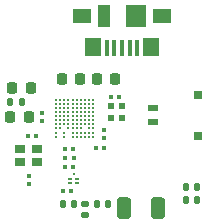
<source format=gtp>
G04 #@! TF.GenerationSoftware,KiCad,Pcbnew,(7.0.0)*
G04 #@! TF.CreationDate,2023-09-09T16:46:03-08:00*
G04 #@! TF.ProjectId,THINGY_2.0,5448494e-4759-45f3-922e-302e6b696361,rev?*
G04 #@! TF.SameCoordinates,Original*
G04 #@! TF.FileFunction,Paste,Top*
G04 #@! TF.FilePolarity,Positive*
%FSLAX46Y46*%
G04 Gerber Fmt 4.6, Leading zero omitted, Abs format (unit mm)*
G04 Created by KiCad (PCBNEW (7.0.0)) date 2023-09-09 16:46:03*
%MOMM*%
%LPD*%
G01*
G04 APERTURE LIST*
G04 Aperture macros list*
%AMRoundRect*
0 Rectangle with rounded corners*
0 $1 Rounding radius*
0 $2 $3 $4 $5 $6 $7 $8 $9 X,Y pos of 4 corners*
0 Add a 4 corners polygon primitive as box body*
4,1,4,$2,$3,$4,$5,$6,$7,$8,$9,$2,$3,0*
0 Add four circle primitives for the rounded corners*
1,1,$1+$1,$2,$3*
1,1,$1+$1,$4,$5*
1,1,$1+$1,$6,$7*
1,1,$1+$1,$8,$9*
0 Add four rect primitives between the rounded corners*
20,1,$1+$1,$2,$3,$4,$5,0*
20,1,$1+$1,$4,$5,$6,$7,0*
20,1,$1+$1,$6,$7,$8,$9,0*
20,1,$1+$1,$8,$9,$2,$3,0*%
G04 Aperture macros list end*
%ADD10RoundRect,0.147500X0.147500X0.172500X-0.147500X0.172500X-0.147500X-0.172500X0.147500X-0.172500X0*%
%ADD11R,0.250000X0.250000*%
%ADD12R,0.300000X0.200000*%
%ADD13RoundRect,0.079500X-0.100500X0.079500X-0.100500X-0.079500X0.100500X-0.079500X0.100500X0.079500X0*%
%ADD14RoundRect,0.225000X0.225000X0.250000X-0.225000X0.250000X-0.225000X-0.250000X0.225000X-0.250000X0*%
%ADD15RoundRect,0.225000X-0.225000X-0.250000X0.225000X-0.250000X0.225000X0.250000X-0.225000X0.250000X0*%
%ADD16RoundRect,0.140000X0.140000X0.170000X-0.140000X0.170000X-0.140000X-0.170000X0.140000X-0.170000X0*%
%ADD17R,0.850000X0.600000*%
%ADD18R,0.800000X0.700000*%
%ADD19RoundRect,0.079500X-0.079500X-0.100500X0.079500X-0.100500X0.079500X0.100500X-0.079500X0.100500X0*%
%ADD20R,0.450000X1.380000*%
%ADD21R,1.650000X1.300000*%
%ADD22R,1.425000X1.550000*%
%ADD23R,1.800000X1.900000*%
%ADD24R,1.000000X1.900000*%
%ADD25RoundRect,0.218750X0.218750X0.256250X-0.218750X0.256250X-0.218750X-0.256250X0.218750X-0.256250X0*%
%ADD26R,0.550000X0.550000*%
%ADD27RoundRect,0.276000X0.324000X0.634000X-0.324000X0.634000X-0.324000X-0.634000X0.324000X-0.634000X0*%
%ADD28C,0.200000*%
%ADD29RoundRect,0.079500X0.079500X0.100500X-0.079500X0.100500X-0.079500X-0.100500X0.079500X-0.100500X0*%
%ADD30RoundRect,0.147500X0.172500X-0.147500X0.172500X0.147500X-0.172500X0.147500X-0.172500X-0.147500X0*%
%ADD31R,0.900000X0.800000*%
%ADD32RoundRect,0.147500X-0.147500X-0.172500X0.147500X-0.172500X0.147500X0.172500X-0.147500X0.172500X0*%
G04 APERTURE END LIST*
D10*
X126724964Y-88704600D03*
X125754964Y-88704600D03*
D11*
X116285999Y-86448999D03*
D12*
X116585999Y-86848999D03*
X116585999Y-87248999D03*
X115985999Y-87248999D03*
X115985999Y-86848999D03*
D13*
X112522000Y-86599200D03*
X112522000Y-87289200D03*
D14*
X112458800Y-81661000D03*
X110908800Y-81661000D03*
D15*
X118249400Y-78384400D03*
X119799400Y-78384400D03*
D16*
X116304000Y-88978600D03*
X115344000Y-88978600D03*
D17*
X123015563Y-82090199D03*
X123015563Y-80890199D03*
D18*
X126790563Y-83240199D03*
X126790563Y-79740199D03*
D19*
X118196800Y-84226400D03*
X118886800Y-84226400D03*
X115361600Y-87865000D03*
X116051600Y-87865000D03*
D20*
X121673799Y-75786599D03*
X121023799Y-75786599D03*
X120373799Y-75786599D03*
X119723799Y-75786599D03*
X119073799Y-75786599D03*
D21*
X123748799Y-73126599D03*
D22*
X122861299Y-75701599D03*
D23*
X121523799Y-73126599D03*
D24*
X118823799Y-73126599D03*
D22*
X117886299Y-75701599D03*
D21*
X116998799Y-73126599D03*
D19*
X119416000Y-79959200D03*
X120106000Y-79959200D03*
X115580600Y-85115400D03*
X116270600Y-85115400D03*
D10*
X126732464Y-87529600D03*
X125762464Y-87529600D03*
D25*
X112623700Y-79184200D03*
X111048700Y-79184200D03*
D26*
X120395999Y-80746599D03*
X119445999Y-80746599D03*
X119445999Y-81696599D03*
X120395999Y-81696599D03*
D13*
X118846600Y-82763800D03*
X118846600Y-83453800D03*
D27*
X120513900Y-89334200D03*
X123433900Y-89334200D03*
D13*
X113563400Y-81290600D03*
X113563400Y-81980600D03*
D28*
X114782200Y-83309400D03*
X114782200Y-82959400D03*
X114782200Y-82609400D03*
X114782200Y-82259400D03*
X114782200Y-81909400D03*
X114782200Y-81559400D03*
X114782200Y-81209400D03*
X114782200Y-80859400D03*
X114782200Y-80509400D03*
X114782200Y-80159400D03*
X115132200Y-82609400D03*
X115132200Y-82259400D03*
X115132200Y-81909400D03*
X115132200Y-81559400D03*
X115132200Y-81209400D03*
X115132200Y-80859400D03*
X115132200Y-80509400D03*
X115132200Y-80159400D03*
X115482200Y-83309400D03*
X115482200Y-82959400D03*
X115482200Y-82259400D03*
X115482200Y-81909400D03*
X115482200Y-81559400D03*
X115482200Y-81209400D03*
X115482200Y-80859400D03*
X115482200Y-80509400D03*
X115482200Y-80159400D03*
X115832200Y-82609400D03*
X115832200Y-82259400D03*
X115832200Y-81909400D03*
X115832200Y-81559400D03*
X115832200Y-81209400D03*
X115832200Y-80859400D03*
X115832200Y-80509400D03*
X115832200Y-80159400D03*
X116182200Y-83309400D03*
X116182200Y-82959400D03*
X116182200Y-82609400D03*
X116182200Y-82259400D03*
X116182200Y-81909400D03*
X116182200Y-81559400D03*
X116182200Y-81209400D03*
X116182200Y-80859400D03*
X116182200Y-80509400D03*
X116182200Y-80159400D03*
X116532200Y-83309400D03*
X116532200Y-82959400D03*
X116532200Y-82609400D03*
X116532200Y-82259400D03*
X116532200Y-81909400D03*
X116532200Y-81559400D03*
X116532200Y-81209400D03*
X116532200Y-80859400D03*
X116532200Y-80509400D03*
X116532200Y-80159400D03*
X116882200Y-83309400D03*
X116882200Y-82959400D03*
X116882200Y-82609400D03*
X116882200Y-82259400D03*
X116882200Y-81909400D03*
X116882200Y-81559400D03*
X116882200Y-81209400D03*
X116882200Y-80859400D03*
X116882200Y-80509400D03*
X116882200Y-80159400D03*
X117232200Y-83309400D03*
X117232200Y-82959400D03*
X117232200Y-82259400D03*
X117232200Y-81909400D03*
X117232200Y-81559400D03*
X117232200Y-81209400D03*
X117232200Y-80859400D03*
X117232200Y-80509400D03*
X117232200Y-80159400D03*
X117582200Y-83309400D03*
X117582200Y-82959400D03*
X117582200Y-82609400D03*
X117582200Y-82259400D03*
X117582200Y-81909400D03*
X117582200Y-81559400D03*
X117582200Y-81209400D03*
X117582200Y-80859400D03*
X117582200Y-80509400D03*
X117582200Y-80159400D03*
X117932200Y-83309400D03*
X117932200Y-82959400D03*
X117932200Y-82609400D03*
X117932200Y-82259400D03*
X117932200Y-81909400D03*
X117932200Y-81559400D03*
X117932200Y-81209400D03*
X117932200Y-80859400D03*
X117927200Y-80514400D03*
X117932200Y-80159400D03*
D19*
X115564800Y-84359800D03*
X116254800Y-84359800D03*
D29*
X113114964Y-83204600D03*
X112424964Y-83204600D03*
X116204000Y-85833000D03*
X115514000Y-85833000D03*
D30*
X117246400Y-89946200D03*
X117246400Y-88976200D03*
D31*
X113134599Y-84370999D03*
X111734599Y-84370999D03*
X111734599Y-85470999D03*
X113134599Y-85470999D03*
D32*
X110919400Y-80403400D03*
X111889400Y-80403400D03*
D15*
X115252200Y-78384400D03*
X116802200Y-78384400D03*
D10*
X119204600Y-89029400D03*
X118234600Y-89029400D03*
M02*

</source>
